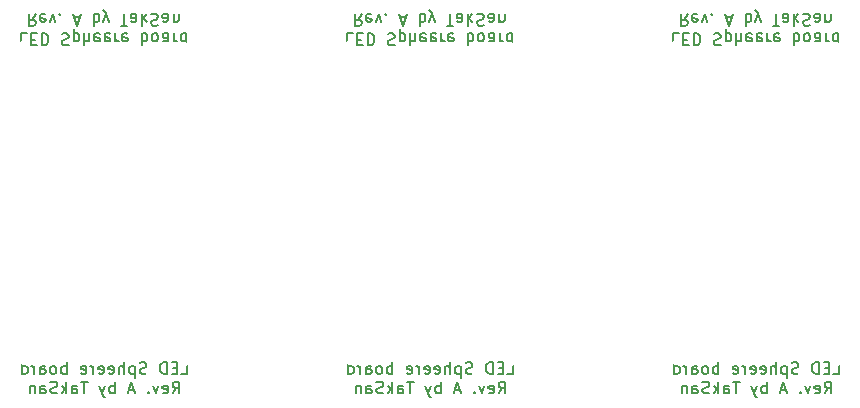
<source format=gbo>
G04 #@! TF.GenerationSoftware,KiCad,Pcbnew,(5.1.12)-1*
G04 #@! TF.CreationDate,2023-06-19T18:47:51+09:00*
G04 #@! TF.ProjectId,LED_Sphere_3V-TypeA-Panelized,4c45445f-5370-4686-9572-655f33562d54,rev?*
G04 #@! TF.SameCoordinates,PX5f5e100PY68e7780*
G04 #@! TF.FileFunction,Legend,Bot*
G04 #@! TF.FilePolarity,Positive*
%FSLAX46Y46*%
G04 Gerber Fmt 4.6, Leading zero omitted, Abs format (unit mm)*
G04 Created by KiCad (PCBNEW (5.1.12)-1) date 2023-06-19 18:47:51*
%MOMM*%
%LPD*%
G01*
G04 APERTURE LIST*
%ADD10C,0.150000*%
%ADD11C,0.600000*%
%ADD12R,1.350000X1.350000*%
%ADD13O,1.350000X1.350000*%
%ADD14C,0.100000*%
%ADD15C,2.700000*%
G04 APERTURE END LIST*
D10*
X6970000Y35027381D02*
X6493809Y35027381D01*
X6493809Y34027381D01*
X7303333Y34503572D02*
X7636666Y34503572D01*
X7779523Y35027381D02*
X7303333Y35027381D01*
X7303333Y34027381D01*
X7779523Y34027381D01*
X8208095Y35027381D02*
X8208095Y34027381D01*
X8446190Y34027381D01*
X8589047Y34075000D01*
X8684285Y34170239D01*
X8731904Y34265477D01*
X8779523Y34455953D01*
X8779523Y34598810D01*
X8731904Y34789286D01*
X8684285Y34884524D01*
X8589047Y34979762D01*
X8446190Y35027381D01*
X8208095Y35027381D01*
X9922380Y34979762D02*
X10065238Y35027381D01*
X10303333Y35027381D01*
X10398571Y34979762D01*
X10446190Y34932143D01*
X10493809Y34836905D01*
X10493809Y34741667D01*
X10446190Y34646429D01*
X10398571Y34598810D01*
X10303333Y34551191D01*
X10112857Y34503572D01*
X10017619Y34455953D01*
X9970000Y34408334D01*
X9922380Y34313096D01*
X9922380Y34217858D01*
X9970000Y34122620D01*
X10017619Y34075000D01*
X10112857Y34027381D01*
X10350952Y34027381D01*
X10493809Y34075000D01*
X10922380Y34360715D02*
X10922380Y35360715D01*
X10922380Y34408334D02*
X11017619Y34360715D01*
X11208095Y34360715D01*
X11303333Y34408334D01*
X11350952Y34455953D01*
X11398571Y34551191D01*
X11398571Y34836905D01*
X11350952Y34932143D01*
X11303333Y34979762D01*
X11208095Y35027381D01*
X11017619Y35027381D01*
X10922380Y34979762D01*
X11827142Y35027381D02*
X11827142Y34027381D01*
X12255714Y35027381D02*
X12255714Y34503572D01*
X12208095Y34408334D01*
X12112857Y34360715D01*
X11970000Y34360715D01*
X11874761Y34408334D01*
X11827142Y34455953D01*
X13112857Y34979762D02*
X13017619Y35027381D01*
X12827142Y35027381D01*
X12731904Y34979762D01*
X12684285Y34884524D01*
X12684285Y34503572D01*
X12731904Y34408334D01*
X12827142Y34360715D01*
X13017619Y34360715D01*
X13112857Y34408334D01*
X13160476Y34503572D01*
X13160476Y34598810D01*
X12684285Y34694048D01*
X13970000Y34979762D02*
X13874761Y35027381D01*
X13684285Y35027381D01*
X13589047Y34979762D01*
X13541428Y34884524D01*
X13541428Y34503572D01*
X13589047Y34408334D01*
X13684285Y34360715D01*
X13874761Y34360715D01*
X13970000Y34408334D01*
X14017619Y34503572D01*
X14017619Y34598810D01*
X13541428Y34694048D01*
X14446190Y35027381D02*
X14446190Y34360715D01*
X14446190Y34551191D02*
X14493809Y34455953D01*
X14541428Y34408334D01*
X14636666Y34360715D01*
X14731904Y34360715D01*
X15446190Y34979762D02*
X15350952Y35027381D01*
X15160476Y35027381D01*
X15065238Y34979762D01*
X15017619Y34884524D01*
X15017619Y34503572D01*
X15065238Y34408334D01*
X15160476Y34360715D01*
X15350952Y34360715D01*
X15446190Y34408334D01*
X15493809Y34503572D01*
X15493809Y34598810D01*
X15017619Y34694048D01*
X16684285Y35027381D02*
X16684285Y34027381D01*
X16684285Y34408334D02*
X16779523Y34360715D01*
X16970000Y34360715D01*
X17065238Y34408334D01*
X17112857Y34455953D01*
X17160476Y34551191D01*
X17160476Y34836905D01*
X17112857Y34932143D01*
X17065238Y34979762D01*
X16970000Y35027381D01*
X16779523Y35027381D01*
X16684285Y34979762D01*
X17731904Y35027381D02*
X17636666Y34979762D01*
X17589047Y34932143D01*
X17541428Y34836905D01*
X17541428Y34551191D01*
X17589047Y34455953D01*
X17636666Y34408334D01*
X17731904Y34360715D01*
X17874761Y34360715D01*
X17970000Y34408334D01*
X18017619Y34455953D01*
X18065238Y34551191D01*
X18065238Y34836905D01*
X18017619Y34932143D01*
X17970000Y34979762D01*
X17874761Y35027381D01*
X17731904Y35027381D01*
X18922380Y35027381D02*
X18922380Y34503572D01*
X18874761Y34408334D01*
X18779523Y34360715D01*
X18589047Y34360715D01*
X18493809Y34408334D01*
X18922380Y34979762D02*
X18827142Y35027381D01*
X18589047Y35027381D01*
X18493809Y34979762D01*
X18446190Y34884524D01*
X18446190Y34789286D01*
X18493809Y34694048D01*
X18589047Y34646429D01*
X18827142Y34646429D01*
X18922380Y34598810D01*
X19398571Y35027381D02*
X19398571Y34360715D01*
X19398571Y34551191D02*
X19446190Y34455953D01*
X19493809Y34408334D01*
X19589047Y34360715D01*
X19684285Y34360715D01*
X20446190Y35027381D02*
X20446190Y34027381D01*
X20446190Y34979762D02*
X20350952Y35027381D01*
X20160476Y35027381D01*
X20065238Y34979762D01*
X20017619Y34932143D01*
X19970000Y34836905D01*
X19970000Y34551191D01*
X20017619Y34455953D01*
X20065238Y34408334D01*
X20160476Y34360715D01*
X20350952Y34360715D01*
X20446190Y34408334D01*
X7708095Y36677381D02*
X7374761Y36201191D01*
X7136666Y36677381D02*
X7136666Y35677381D01*
X7517619Y35677381D01*
X7612857Y35725000D01*
X7660476Y35772620D01*
X7708095Y35867858D01*
X7708095Y36010715D01*
X7660476Y36105953D01*
X7612857Y36153572D01*
X7517619Y36201191D01*
X7136666Y36201191D01*
X8517619Y36629762D02*
X8422380Y36677381D01*
X8231904Y36677381D01*
X8136666Y36629762D01*
X8089047Y36534524D01*
X8089047Y36153572D01*
X8136666Y36058334D01*
X8231904Y36010715D01*
X8422380Y36010715D01*
X8517619Y36058334D01*
X8565238Y36153572D01*
X8565238Y36248810D01*
X8089047Y36344048D01*
X8898571Y36010715D02*
X9136666Y36677381D01*
X9374761Y36010715D01*
X9755714Y36582143D02*
X9803333Y36629762D01*
X9755714Y36677381D01*
X9708095Y36629762D01*
X9755714Y36582143D01*
X9755714Y36677381D01*
X10946190Y36391667D02*
X11422380Y36391667D01*
X10850952Y36677381D02*
X11184285Y35677381D01*
X11517619Y36677381D01*
X12612857Y36677381D02*
X12612857Y35677381D01*
X12612857Y36058334D02*
X12708095Y36010715D01*
X12898571Y36010715D01*
X12993809Y36058334D01*
X13041428Y36105953D01*
X13089047Y36201191D01*
X13089047Y36486905D01*
X13041428Y36582143D01*
X12993809Y36629762D01*
X12898571Y36677381D01*
X12708095Y36677381D01*
X12612857Y36629762D01*
X13422380Y36010715D02*
X13660476Y36677381D01*
X13898571Y36010715D02*
X13660476Y36677381D01*
X13565238Y36915477D01*
X13517619Y36963096D01*
X13422380Y37010715D01*
X14898571Y35677381D02*
X15470000Y35677381D01*
X15184285Y36677381D02*
X15184285Y35677381D01*
X16231904Y36677381D02*
X16231904Y36153572D01*
X16184285Y36058334D01*
X16089047Y36010715D01*
X15898571Y36010715D01*
X15803333Y36058334D01*
X16231904Y36629762D02*
X16136666Y36677381D01*
X15898571Y36677381D01*
X15803333Y36629762D01*
X15755714Y36534524D01*
X15755714Y36439286D01*
X15803333Y36344048D01*
X15898571Y36296429D01*
X16136666Y36296429D01*
X16231904Y36248810D01*
X16708095Y36677381D02*
X16708095Y35677381D01*
X16803333Y36296429D02*
X17089047Y36677381D01*
X17089047Y36010715D02*
X16708095Y36391667D01*
X17470000Y36629762D02*
X17612857Y36677381D01*
X17850952Y36677381D01*
X17946190Y36629762D01*
X17993809Y36582143D01*
X18041428Y36486905D01*
X18041428Y36391667D01*
X17993809Y36296429D01*
X17946190Y36248810D01*
X17850952Y36201191D01*
X17660476Y36153572D01*
X17565238Y36105953D01*
X17517619Y36058334D01*
X17470000Y35963096D01*
X17470000Y35867858D01*
X17517619Y35772620D01*
X17565238Y35725000D01*
X17660476Y35677381D01*
X17898571Y35677381D01*
X18041428Y35725000D01*
X18898571Y36677381D02*
X18898571Y36153572D01*
X18850952Y36058334D01*
X18755714Y36010715D01*
X18565238Y36010715D01*
X18470000Y36058334D01*
X18898571Y36629762D02*
X18803333Y36677381D01*
X18565238Y36677381D01*
X18470000Y36629762D01*
X18422380Y36534524D01*
X18422380Y36439286D01*
X18470000Y36344048D01*
X18565238Y36296429D01*
X18803333Y36296429D01*
X18898571Y36248810D01*
X19374761Y36010715D02*
X19374761Y36677381D01*
X19374761Y36105953D02*
X19422380Y36058334D01*
X19517619Y36010715D01*
X19660476Y36010715D01*
X19755714Y36058334D01*
X19803333Y36153572D01*
X19803333Y36677381D01*
X34570000Y35027381D02*
X34093809Y35027381D01*
X34093809Y34027381D01*
X34903333Y34503572D02*
X35236666Y34503572D01*
X35379523Y35027381D02*
X34903333Y35027381D01*
X34903333Y34027381D01*
X35379523Y34027381D01*
X35808095Y35027381D02*
X35808095Y34027381D01*
X36046190Y34027381D01*
X36189047Y34075000D01*
X36284285Y34170239D01*
X36331904Y34265477D01*
X36379523Y34455953D01*
X36379523Y34598810D01*
X36331904Y34789286D01*
X36284285Y34884524D01*
X36189047Y34979762D01*
X36046190Y35027381D01*
X35808095Y35027381D01*
X37522380Y34979762D02*
X37665238Y35027381D01*
X37903333Y35027381D01*
X37998571Y34979762D01*
X38046190Y34932143D01*
X38093809Y34836905D01*
X38093809Y34741667D01*
X38046190Y34646429D01*
X37998571Y34598810D01*
X37903333Y34551191D01*
X37712857Y34503572D01*
X37617619Y34455953D01*
X37570000Y34408334D01*
X37522380Y34313096D01*
X37522380Y34217858D01*
X37570000Y34122620D01*
X37617619Y34075000D01*
X37712857Y34027381D01*
X37950952Y34027381D01*
X38093809Y34075000D01*
X38522380Y34360715D02*
X38522380Y35360715D01*
X38522380Y34408334D02*
X38617619Y34360715D01*
X38808095Y34360715D01*
X38903333Y34408334D01*
X38950952Y34455953D01*
X38998571Y34551191D01*
X38998571Y34836905D01*
X38950952Y34932143D01*
X38903333Y34979762D01*
X38808095Y35027381D01*
X38617619Y35027381D01*
X38522380Y34979762D01*
X39427142Y35027381D02*
X39427142Y34027381D01*
X39855714Y35027381D02*
X39855714Y34503572D01*
X39808095Y34408334D01*
X39712857Y34360715D01*
X39570000Y34360715D01*
X39474761Y34408334D01*
X39427142Y34455953D01*
X40712857Y34979762D02*
X40617619Y35027381D01*
X40427142Y35027381D01*
X40331904Y34979762D01*
X40284285Y34884524D01*
X40284285Y34503572D01*
X40331904Y34408334D01*
X40427142Y34360715D01*
X40617619Y34360715D01*
X40712857Y34408334D01*
X40760476Y34503572D01*
X40760476Y34598810D01*
X40284285Y34694048D01*
X41570000Y34979762D02*
X41474761Y35027381D01*
X41284285Y35027381D01*
X41189047Y34979762D01*
X41141428Y34884524D01*
X41141428Y34503572D01*
X41189047Y34408334D01*
X41284285Y34360715D01*
X41474761Y34360715D01*
X41570000Y34408334D01*
X41617619Y34503572D01*
X41617619Y34598810D01*
X41141428Y34694048D01*
X42046190Y35027381D02*
X42046190Y34360715D01*
X42046190Y34551191D02*
X42093809Y34455953D01*
X42141428Y34408334D01*
X42236666Y34360715D01*
X42331904Y34360715D01*
X43046190Y34979762D02*
X42950952Y35027381D01*
X42760476Y35027381D01*
X42665238Y34979762D01*
X42617619Y34884524D01*
X42617619Y34503572D01*
X42665238Y34408334D01*
X42760476Y34360715D01*
X42950952Y34360715D01*
X43046190Y34408334D01*
X43093809Y34503572D01*
X43093809Y34598810D01*
X42617619Y34694048D01*
X44284285Y35027381D02*
X44284285Y34027381D01*
X44284285Y34408334D02*
X44379523Y34360715D01*
X44570000Y34360715D01*
X44665238Y34408334D01*
X44712857Y34455953D01*
X44760476Y34551191D01*
X44760476Y34836905D01*
X44712857Y34932143D01*
X44665238Y34979762D01*
X44570000Y35027381D01*
X44379523Y35027381D01*
X44284285Y34979762D01*
X45331904Y35027381D02*
X45236666Y34979762D01*
X45189047Y34932143D01*
X45141428Y34836905D01*
X45141428Y34551191D01*
X45189047Y34455953D01*
X45236666Y34408334D01*
X45331904Y34360715D01*
X45474761Y34360715D01*
X45570000Y34408334D01*
X45617619Y34455953D01*
X45665238Y34551191D01*
X45665238Y34836905D01*
X45617619Y34932143D01*
X45570000Y34979762D01*
X45474761Y35027381D01*
X45331904Y35027381D01*
X46522380Y35027381D02*
X46522380Y34503572D01*
X46474761Y34408334D01*
X46379523Y34360715D01*
X46189047Y34360715D01*
X46093809Y34408334D01*
X46522380Y34979762D02*
X46427142Y35027381D01*
X46189047Y35027381D01*
X46093809Y34979762D01*
X46046190Y34884524D01*
X46046190Y34789286D01*
X46093809Y34694048D01*
X46189047Y34646429D01*
X46427142Y34646429D01*
X46522380Y34598810D01*
X46998571Y35027381D02*
X46998571Y34360715D01*
X46998571Y34551191D02*
X47046190Y34455953D01*
X47093809Y34408334D01*
X47189047Y34360715D01*
X47284285Y34360715D01*
X48046190Y35027381D02*
X48046190Y34027381D01*
X48046190Y34979762D02*
X47950952Y35027381D01*
X47760476Y35027381D01*
X47665238Y34979762D01*
X47617619Y34932143D01*
X47570000Y34836905D01*
X47570000Y34551191D01*
X47617619Y34455953D01*
X47665238Y34408334D01*
X47760476Y34360715D01*
X47950952Y34360715D01*
X48046190Y34408334D01*
X35308095Y36677381D02*
X34974761Y36201191D01*
X34736666Y36677381D02*
X34736666Y35677381D01*
X35117619Y35677381D01*
X35212857Y35725000D01*
X35260476Y35772620D01*
X35308095Y35867858D01*
X35308095Y36010715D01*
X35260476Y36105953D01*
X35212857Y36153572D01*
X35117619Y36201191D01*
X34736666Y36201191D01*
X36117619Y36629762D02*
X36022380Y36677381D01*
X35831904Y36677381D01*
X35736666Y36629762D01*
X35689047Y36534524D01*
X35689047Y36153572D01*
X35736666Y36058334D01*
X35831904Y36010715D01*
X36022380Y36010715D01*
X36117619Y36058334D01*
X36165238Y36153572D01*
X36165238Y36248810D01*
X35689047Y36344048D01*
X36498571Y36010715D02*
X36736666Y36677381D01*
X36974761Y36010715D01*
X37355714Y36582143D02*
X37403333Y36629762D01*
X37355714Y36677381D01*
X37308095Y36629762D01*
X37355714Y36582143D01*
X37355714Y36677381D01*
X38546190Y36391667D02*
X39022380Y36391667D01*
X38450952Y36677381D02*
X38784285Y35677381D01*
X39117619Y36677381D01*
X40212857Y36677381D02*
X40212857Y35677381D01*
X40212857Y36058334D02*
X40308095Y36010715D01*
X40498571Y36010715D01*
X40593809Y36058334D01*
X40641428Y36105953D01*
X40689047Y36201191D01*
X40689047Y36486905D01*
X40641428Y36582143D01*
X40593809Y36629762D01*
X40498571Y36677381D01*
X40308095Y36677381D01*
X40212857Y36629762D01*
X41022380Y36010715D02*
X41260476Y36677381D01*
X41498571Y36010715D02*
X41260476Y36677381D01*
X41165238Y36915477D01*
X41117619Y36963096D01*
X41022380Y37010715D01*
X42498571Y35677381D02*
X43070000Y35677381D01*
X42784285Y36677381D02*
X42784285Y35677381D01*
X43831904Y36677381D02*
X43831904Y36153572D01*
X43784285Y36058334D01*
X43689047Y36010715D01*
X43498571Y36010715D01*
X43403333Y36058334D01*
X43831904Y36629762D02*
X43736666Y36677381D01*
X43498571Y36677381D01*
X43403333Y36629762D01*
X43355714Y36534524D01*
X43355714Y36439286D01*
X43403333Y36344048D01*
X43498571Y36296429D01*
X43736666Y36296429D01*
X43831904Y36248810D01*
X44308095Y36677381D02*
X44308095Y35677381D01*
X44403333Y36296429D02*
X44689047Y36677381D01*
X44689047Y36010715D02*
X44308095Y36391667D01*
X45070000Y36629762D02*
X45212857Y36677381D01*
X45450952Y36677381D01*
X45546190Y36629762D01*
X45593809Y36582143D01*
X45641428Y36486905D01*
X45641428Y36391667D01*
X45593809Y36296429D01*
X45546190Y36248810D01*
X45450952Y36201191D01*
X45260476Y36153572D01*
X45165238Y36105953D01*
X45117619Y36058334D01*
X45070000Y35963096D01*
X45070000Y35867858D01*
X45117619Y35772620D01*
X45165238Y35725000D01*
X45260476Y35677381D01*
X45498571Y35677381D01*
X45641428Y35725000D01*
X46498571Y36677381D02*
X46498571Y36153572D01*
X46450952Y36058334D01*
X46355714Y36010715D01*
X46165238Y36010715D01*
X46070000Y36058334D01*
X46498571Y36629762D02*
X46403333Y36677381D01*
X46165238Y36677381D01*
X46070000Y36629762D01*
X46022380Y36534524D01*
X46022380Y36439286D01*
X46070000Y36344048D01*
X46165238Y36296429D01*
X46403333Y36296429D01*
X46498571Y36248810D01*
X46974761Y36010715D02*
X46974761Y36677381D01*
X46974761Y36105953D02*
X47022380Y36058334D01*
X47117619Y36010715D01*
X47260476Y36010715D01*
X47355714Y36058334D01*
X47403333Y36153572D01*
X47403333Y36677381D01*
X62170000Y35027381D02*
X61693809Y35027381D01*
X61693809Y34027381D01*
X62503333Y34503572D02*
X62836666Y34503572D01*
X62979523Y35027381D02*
X62503333Y35027381D01*
X62503333Y34027381D01*
X62979523Y34027381D01*
X63408095Y35027381D02*
X63408095Y34027381D01*
X63646190Y34027381D01*
X63789047Y34075000D01*
X63884285Y34170239D01*
X63931904Y34265477D01*
X63979523Y34455953D01*
X63979523Y34598810D01*
X63931904Y34789286D01*
X63884285Y34884524D01*
X63789047Y34979762D01*
X63646190Y35027381D01*
X63408095Y35027381D01*
X65122380Y34979762D02*
X65265238Y35027381D01*
X65503333Y35027381D01*
X65598571Y34979762D01*
X65646190Y34932143D01*
X65693809Y34836905D01*
X65693809Y34741667D01*
X65646190Y34646429D01*
X65598571Y34598810D01*
X65503333Y34551191D01*
X65312857Y34503572D01*
X65217619Y34455953D01*
X65170000Y34408334D01*
X65122380Y34313096D01*
X65122380Y34217858D01*
X65170000Y34122620D01*
X65217619Y34075000D01*
X65312857Y34027381D01*
X65550952Y34027381D01*
X65693809Y34075000D01*
X66122380Y34360715D02*
X66122380Y35360715D01*
X66122380Y34408334D02*
X66217619Y34360715D01*
X66408095Y34360715D01*
X66503333Y34408334D01*
X66550952Y34455953D01*
X66598571Y34551191D01*
X66598571Y34836905D01*
X66550952Y34932143D01*
X66503333Y34979762D01*
X66408095Y35027381D01*
X66217619Y35027381D01*
X66122380Y34979762D01*
X67027142Y35027381D02*
X67027142Y34027381D01*
X67455714Y35027381D02*
X67455714Y34503572D01*
X67408095Y34408334D01*
X67312857Y34360715D01*
X67170000Y34360715D01*
X67074761Y34408334D01*
X67027142Y34455953D01*
X68312857Y34979762D02*
X68217619Y35027381D01*
X68027142Y35027381D01*
X67931904Y34979762D01*
X67884285Y34884524D01*
X67884285Y34503572D01*
X67931904Y34408334D01*
X68027142Y34360715D01*
X68217619Y34360715D01*
X68312857Y34408334D01*
X68360476Y34503572D01*
X68360476Y34598810D01*
X67884285Y34694048D01*
X69170000Y34979762D02*
X69074761Y35027381D01*
X68884285Y35027381D01*
X68789047Y34979762D01*
X68741428Y34884524D01*
X68741428Y34503572D01*
X68789047Y34408334D01*
X68884285Y34360715D01*
X69074761Y34360715D01*
X69170000Y34408334D01*
X69217619Y34503572D01*
X69217619Y34598810D01*
X68741428Y34694048D01*
X69646190Y35027381D02*
X69646190Y34360715D01*
X69646190Y34551191D02*
X69693809Y34455953D01*
X69741428Y34408334D01*
X69836666Y34360715D01*
X69931904Y34360715D01*
X70646190Y34979762D02*
X70550952Y35027381D01*
X70360476Y35027381D01*
X70265238Y34979762D01*
X70217619Y34884524D01*
X70217619Y34503572D01*
X70265238Y34408334D01*
X70360476Y34360715D01*
X70550952Y34360715D01*
X70646190Y34408334D01*
X70693809Y34503572D01*
X70693809Y34598810D01*
X70217619Y34694048D01*
X71884285Y35027381D02*
X71884285Y34027381D01*
X71884285Y34408334D02*
X71979523Y34360715D01*
X72170000Y34360715D01*
X72265238Y34408334D01*
X72312857Y34455953D01*
X72360476Y34551191D01*
X72360476Y34836905D01*
X72312857Y34932143D01*
X72265238Y34979762D01*
X72170000Y35027381D01*
X71979523Y35027381D01*
X71884285Y34979762D01*
X72931904Y35027381D02*
X72836666Y34979762D01*
X72789047Y34932143D01*
X72741428Y34836905D01*
X72741428Y34551191D01*
X72789047Y34455953D01*
X72836666Y34408334D01*
X72931904Y34360715D01*
X73074761Y34360715D01*
X73170000Y34408334D01*
X73217619Y34455953D01*
X73265238Y34551191D01*
X73265238Y34836905D01*
X73217619Y34932143D01*
X73170000Y34979762D01*
X73074761Y35027381D01*
X72931904Y35027381D01*
X74122380Y35027381D02*
X74122380Y34503572D01*
X74074761Y34408334D01*
X73979523Y34360715D01*
X73789047Y34360715D01*
X73693809Y34408334D01*
X74122380Y34979762D02*
X74027142Y35027381D01*
X73789047Y35027381D01*
X73693809Y34979762D01*
X73646190Y34884524D01*
X73646190Y34789286D01*
X73693809Y34694048D01*
X73789047Y34646429D01*
X74027142Y34646429D01*
X74122380Y34598810D01*
X74598571Y35027381D02*
X74598571Y34360715D01*
X74598571Y34551191D02*
X74646190Y34455953D01*
X74693809Y34408334D01*
X74789047Y34360715D01*
X74884285Y34360715D01*
X75646190Y35027381D02*
X75646190Y34027381D01*
X75646190Y34979762D02*
X75550952Y35027381D01*
X75360476Y35027381D01*
X75265238Y34979762D01*
X75217619Y34932143D01*
X75170000Y34836905D01*
X75170000Y34551191D01*
X75217619Y34455953D01*
X75265238Y34408334D01*
X75360476Y34360715D01*
X75550952Y34360715D01*
X75646190Y34408334D01*
X62908095Y36677381D02*
X62574761Y36201191D01*
X62336666Y36677381D02*
X62336666Y35677381D01*
X62717619Y35677381D01*
X62812857Y35725000D01*
X62860476Y35772620D01*
X62908095Y35867858D01*
X62908095Y36010715D01*
X62860476Y36105953D01*
X62812857Y36153572D01*
X62717619Y36201191D01*
X62336666Y36201191D01*
X63717619Y36629762D02*
X63622380Y36677381D01*
X63431904Y36677381D01*
X63336666Y36629762D01*
X63289047Y36534524D01*
X63289047Y36153572D01*
X63336666Y36058334D01*
X63431904Y36010715D01*
X63622380Y36010715D01*
X63717619Y36058334D01*
X63765238Y36153572D01*
X63765238Y36248810D01*
X63289047Y36344048D01*
X64098571Y36010715D02*
X64336666Y36677381D01*
X64574761Y36010715D01*
X64955714Y36582143D02*
X65003333Y36629762D01*
X64955714Y36677381D01*
X64908095Y36629762D01*
X64955714Y36582143D01*
X64955714Y36677381D01*
X66146190Y36391667D02*
X66622380Y36391667D01*
X66050952Y36677381D02*
X66384285Y35677381D01*
X66717619Y36677381D01*
X67812857Y36677381D02*
X67812857Y35677381D01*
X67812857Y36058334D02*
X67908095Y36010715D01*
X68098571Y36010715D01*
X68193809Y36058334D01*
X68241428Y36105953D01*
X68289047Y36201191D01*
X68289047Y36486905D01*
X68241428Y36582143D01*
X68193809Y36629762D01*
X68098571Y36677381D01*
X67908095Y36677381D01*
X67812857Y36629762D01*
X68622380Y36010715D02*
X68860476Y36677381D01*
X69098571Y36010715D02*
X68860476Y36677381D01*
X68765238Y36915477D01*
X68717619Y36963096D01*
X68622380Y37010715D01*
X70098571Y35677381D02*
X70670000Y35677381D01*
X70384285Y36677381D02*
X70384285Y35677381D01*
X71431904Y36677381D02*
X71431904Y36153572D01*
X71384285Y36058334D01*
X71289047Y36010715D01*
X71098571Y36010715D01*
X71003333Y36058334D01*
X71431904Y36629762D02*
X71336666Y36677381D01*
X71098571Y36677381D01*
X71003333Y36629762D01*
X70955714Y36534524D01*
X70955714Y36439286D01*
X71003333Y36344048D01*
X71098571Y36296429D01*
X71336666Y36296429D01*
X71431904Y36248810D01*
X71908095Y36677381D02*
X71908095Y35677381D01*
X72003333Y36296429D02*
X72289047Y36677381D01*
X72289047Y36010715D02*
X71908095Y36391667D01*
X72670000Y36629762D02*
X72812857Y36677381D01*
X73050952Y36677381D01*
X73146190Y36629762D01*
X73193809Y36582143D01*
X73241428Y36486905D01*
X73241428Y36391667D01*
X73193809Y36296429D01*
X73146190Y36248810D01*
X73050952Y36201191D01*
X72860476Y36153572D01*
X72765238Y36105953D01*
X72717619Y36058334D01*
X72670000Y35963096D01*
X72670000Y35867858D01*
X72717619Y35772620D01*
X72765238Y35725000D01*
X72860476Y35677381D01*
X73098571Y35677381D01*
X73241428Y35725000D01*
X74098571Y36677381D02*
X74098571Y36153572D01*
X74050952Y36058334D01*
X73955714Y36010715D01*
X73765238Y36010715D01*
X73670000Y36058334D01*
X74098571Y36629762D02*
X74003333Y36677381D01*
X73765238Y36677381D01*
X73670000Y36629762D01*
X73622380Y36534524D01*
X73622380Y36439286D01*
X73670000Y36344048D01*
X73765238Y36296429D01*
X74003333Y36296429D01*
X74098571Y36248810D01*
X74574761Y36010715D02*
X74574761Y36677381D01*
X74574761Y36105953D02*
X74622380Y36058334D01*
X74717619Y36010715D01*
X74860476Y36010715D01*
X74955714Y36058334D01*
X75003333Y36153572D01*
X75003333Y36677381D01*
X75230000Y6192620D02*
X75706190Y6192620D01*
X75706190Y7192620D01*
X74896666Y6716429D02*
X74563333Y6716429D01*
X74420476Y6192620D02*
X74896666Y6192620D01*
X74896666Y7192620D01*
X74420476Y7192620D01*
X73991904Y6192620D02*
X73991904Y7192620D01*
X73753809Y7192620D01*
X73610952Y7145000D01*
X73515714Y7049762D01*
X73468095Y6954524D01*
X73420476Y6764048D01*
X73420476Y6621191D01*
X73468095Y6430715D01*
X73515714Y6335477D01*
X73610952Y6240239D01*
X73753809Y6192620D01*
X73991904Y6192620D01*
X72277619Y6240239D02*
X72134761Y6192620D01*
X71896666Y6192620D01*
X71801428Y6240239D01*
X71753809Y6287858D01*
X71706190Y6383096D01*
X71706190Y6478334D01*
X71753809Y6573572D01*
X71801428Y6621191D01*
X71896666Y6668810D01*
X72087142Y6716429D01*
X72182380Y6764048D01*
X72230000Y6811667D01*
X72277619Y6906905D01*
X72277619Y7002143D01*
X72230000Y7097381D01*
X72182380Y7145000D01*
X72087142Y7192620D01*
X71849047Y7192620D01*
X71706190Y7145000D01*
X71277619Y6859286D02*
X71277619Y5859286D01*
X71277619Y6811667D02*
X71182380Y6859286D01*
X70991904Y6859286D01*
X70896666Y6811667D01*
X70849047Y6764048D01*
X70801428Y6668810D01*
X70801428Y6383096D01*
X70849047Y6287858D01*
X70896666Y6240239D01*
X70991904Y6192620D01*
X71182380Y6192620D01*
X71277619Y6240239D01*
X70372857Y6192620D02*
X70372857Y7192620D01*
X69944285Y6192620D02*
X69944285Y6716429D01*
X69991904Y6811667D01*
X70087142Y6859286D01*
X70230000Y6859286D01*
X70325238Y6811667D01*
X70372857Y6764048D01*
X69087142Y6240239D02*
X69182380Y6192620D01*
X69372857Y6192620D01*
X69468095Y6240239D01*
X69515714Y6335477D01*
X69515714Y6716429D01*
X69468095Y6811667D01*
X69372857Y6859286D01*
X69182380Y6859286D01*
X69087142Y6811667D01*
X69039523Y6716429D01*
X69039523Y6621191D01*
X69515714Y6525953D01*
X68230000Y6240239D02*
X68325238Y6192620D01*
X68515714Y6192620D01*
X68610952Y6240239D01*
X68658571Y6335477D01*
X68658571Y6716429D01*
X68610952Y6811667D01*
X68515714Y6859286D01*
X68325238Y6859286D01*
X68230000Y6811667D01*
X68182380Y6716429D01*
X68182380Y6621191D01*
X68658571Y6525953D01*
X67753809Y6192620D02*
X67753809Y6859286D01*
X67753809Y6668810D02*
X67706190Y6764048D01*
X67658571Y6811667D01*
X67563333Y6859286D01*
X67468095Y6859286D01*
X66753809Y6240239D02*
X66849047Y6192620D01*
X67039523Y6192620D01*
X67134761Y6240239D01*
X67182380Y6335477D01*
X67182380Y6716429D01*
X67134761Y6811667D01*
X67039523Y6859286D01*
X66849047Y6859286D01*
X66753809Y6811667D01*
X66706190Y6716429D01*
X66706190Y6621191D01*
X67182380Y6525953D01*
X65515714Y6192620D02*
X65515714Y7192620D01*
X65515714Y6811667D02*
X65420476Y6859286D01*
X65230000Y6859286D01*
X65134761Y6811667D01*
X65087142Y6764048D01*
X65039523Y6668810D01*
X65039523Y6383096D01*
X65087142Y6287858D01*
X65134761Y6240239D01*
X65230000Y6192620D01*
X65420476Y6192620D01*
X65515714Y6240239D01*
X64468095Y6192620D02*
X64563333Y6240239D01*
X64610952Y6287858D01*
X64658571Y6383096D01*
X64658571Y6668810D01*
X64610952Y6764048D01*
X64563333Y6811667D01*
X64468095Y6859286D01*
X64325238Y6859286D01*
X64230000Y6811667D01*
X64182380Y6764048D01*
X64134761Y6668810D01*
X64134761Y6383096D01*
X64182380Y6287858D01*
X64230000Y6240239D01*
X64325238Y6192620D01*
X64468095Y6192620D01*
X63277619Y6192620D02*
X63277619Y6716429D01*
X63325238Y6811667D01*
X63420476Y6859286D01*
X63610952Y6859286D01*
X63706190Y6811667D01*
X63277619Y6240239D02*
X63372857Y6192620D01*
X63610952Y6192620D01*
X63706190Y6240239D01*
X63753809Y6335477D01*
X63753809Y6430715D01*
X63706190Y6525953D01*
X63610952Y6573572D01*
X63372857Y6573572D01*
X63277619Y6621191D01*
X62801428Y6192620D02*
X62801428Y6859286D01*
X62801428Y6668810D02*
X62753809Y6764048D01*
X62706190Y6811667D01*
X62610952Y6859286D01*
X62515714Y6859286D01*
X61753809Y6192620D02*
X61753809Y7192620D01*
X61753809Y6240239D02*
X61849047Y6192620D01*
X62039523Y6192620D01*
X62134761Y6240239D01*
X62182380Y6287858D01*
X62230000Y6383096D01*
X62230000Y6668810D01*
X62182380Y6764048D01*
X62134761Y6811667D01*
X62039523Y6859286D01*
X61849047Y6859286D01*
X61753809Y6811667D01*
X74491904Y4542620D02*
X74825238Y5018810D01*
X75063333Y4542620D02*
X75063333Y5542620D01*
X74682380Y5542620D01*
X74587142Y5495000D01*
X74539523Y5447381D01*
X74491904Y5352143D01*
X74491904Y5209286D01*
X74539523Y5114048D01*
X74587142Y5066429D01*
X74682380Y5018810D01*
X75063333Y5018810D01*
X73682380Y4590239D02*
X73777619Y4542620D01*
X73968095Y4542620D01*
X74063333Y4590239D01*
X74110952Y4685477D01*
X74110952Y5066429D01*
X74063333Y5161667D01*
X73968095Y5209286D01*
X73777619Y5209286D01*
X73682380Y5161667D01*
X73634761Y5066429D01*
X73634761Y4971191D01*
X74110952Y4875953D01*
X73301428Y5209286D02*
X73063333Y4542620D01*
X72825238Y5209286D01*
X72444285Y4637858D02*
X72396666Y4590239D01*
X72444285Y4542620D01*
X72491904Y4590239D01*
X72444285Y4637858D01*
X72444285Y4542620D01*
X71253809Y4828334D02*
X70777619Y4828334D01*
X71349047Y4542620D02*
X71015714Y5542620D01*
X70682380Y4542620D01*
X69587142Y4542620D02*
X69587142Y5542620D01*
X69587142Y5161667D02*
X69491904Y5209286D01*
X69301428Y5209286D01*
X69206190Y5161667D01*
X69158571Y5114048D01*
X69110952Y5018810D01*
X69110952Y4733096D01*
X69158571Y4637858D01*
X69206190Y4590239D01*
X69301428Y4542620D01*
X69491904Y4542620D01*
X69587142Y4590239D01*
X68777619Y5209286D02*
X68539523Y4542620D01*
X68301428Y5209286D02*
X68539523Y4542620D01*
X68634761Y4304524D01*
X68682380Y4256905D01*
X68777619Y4209286D01*
X67301428Y5542620D02*
X66730000Y5542620D01*
X67015714Y4542620D02*
X67015714Y5542620D01*
X65968095Y4542620D02*
X65968095Y5066429D01*
X66015714Y5161667D01*
X66110952Y5209286D01*
X66301428Y5209286D01*
X66396666Y5161667D01*
X65968095Y4590239D02*
X66063333Y4542620D01*
X66301428Y4542620D01*
X66396666Y4590239D01*
X66444285Y4685477D01*
X66444285Y4780715D01*
X66396666Y4875953D01*
X66301428Y4923572D01*
X66063333Y4923572D01*
X65968095Y4971191D01*
X65491904Y4542620D02*
X65491904Y5542620D01*
X65396666Y4923572D02*
X65110952Y4542620D01*
X65110952Y5209286D02*
X65491904Y4828334D01*
X64730000Y4590239D02*
X64587142Y4542620D01*
X64349047Y4542620D01*
X64253809Y4590239D01*
X64206190Y4637858D01*
X64158571Y4733096D01*
X64158571Y4828334D01*
X64206190Y4923572D01*
X64253809Y4971191D01*
X64349047Y5018810D01*
X64539523Y5066429D01*
X64634761Y5114048D01*
X64682380Y5161667D01*
X64730000Y5256905D01*
X64730000Y5352143D01*
X64682380Y5447381D01*
X64634761Y5495000D01*
X64539523Y5542620D01*
X64301428Y5542620D01*
X64158571Y5495000D01*
X63301428Y4542620D02*
X63301428Y5066429D01*
X63349047Y5161667D01*
X63444285Y5209286D01*
X63634761Y5209286D01*
X63730000Y5161667D01*
X63301428Y4590239D02*
X63396666Y4542620D01*
X63634761Y4542620D01*
X63730000Y4590239D01*
X63777619Y4685477D01*
X63777619Y4780715D01*
X63730000Y4875953D01*
X63634761Y4923572D01*
X63396666Y4923572D01*
X63301428Y4971191D01*
X62825238Y5209286D02*
X62825238Y4542620D01*
X62825238Y5114048D02*
X62777619Y5161667D01*
X62682380Y5209286D01*
X62539523Y5209286D01*
X62444285Y5161667D01*
X62396666Y5066429D01*
X62396666Y4542620D01*
X47630000Y6192620D02*
X48106190Y6192620D01*
X48106190Y7192620D01*
X47296666Y6716429D02*
X46963333Y6716429D01*
X46820476Y6192620D02*
X47296666Y6192620D01*
X47296666Y7192620D01*
X46820476Y7192620D01*
X46391904Y6192620D02*
X46391904Y7192620D01*
X46153809Y7192620D01*
X46010952Y7145000D01*
X45915714Y7049762D01*
X45868095Y6954524D01*
X45820476Y6764048D01*
X45820476Y6621191D01*
X45868095Y6430715D01*
X45915714Y6335477D01*
X46010952Y6240239D01*
X46153809Y6192620D01*
X46391904Y6192620D01*
X44677619Y6240239D02*
X44534761Y6192620D01*
X44296666Y6192620D01*
X44201428Y6240239D01*
X44153809Y6287858D01*
X44106190Y6383096D01*
X44106190Y6478334D01*
X44153809Y6573572D01*
X44201428Y6621191D01*
X44296666Y6668810D01*
X44487142Y6716429D01*
X44582380Y6764048D01*
X44630000Y6811667D01*
X44677619Y6906905D01*
X44677619Y7002143D01*
X44630000Y7097381D01*
X44582380Y7145000D01*
X44487142Y7192620D01*
X44249047Y7192620D01*
X44106190Y7145000D01*
X43677619Y6859286D02*
X43677619Y5859286D01*
X43677619Y6811667D02*
X43582380Y6859286D01*
X43391904Y6859286D01*
X43296666Y6811667D01*
X43249047Y6764048D01*
X43201428Y6668810D01*
X43201428Y6383096D01*
X43249047Y6287858D01*
X43296666Y6240239D01*
X43391904Y6192620D01*
X43582380Y6192620D01*
X43677619Y6240239D01*
X42772857Y6192620D02*
X42772857Y7192620D01*
X42344285Y6192620D02*
X42344285Y6716429D01*
X42391904Y6811667D01*
X42487142Y6859286D01*
X42630000Y6859286D01*
X42725238Y6811667D01*
X42772857Y6764048D01*
X41487142Y6240239D02*
X41582380Y6192620D01*
X41772857Y6192620D01*
X41868095Y6240239D01*
X41915714Y6335477D01*
X41915714Y6716429D01*
X41868095Y6811667D01*
X41772857Y6859286D01*
X41582380Y6859286D01*
X41487142Y6811667D01*
X41439523Y6716429D01*
X41439523Y6621191D01*
X41915714Y6525953D01*
X40630000Y6240239D02*
X40725238Y6192620D01*
X40915714Y6192620D01*
X41010952Y6240239D01*
X41058571Y6335477D01*
X41058571Y6716429D01*
X41010952Y6811667D01*
X40915714Y6859286D01*
X40725238Y6859286D01*
X40630000Y6811667D01*
X40582380Y6716429D01*
X40582380Y6621191D01*
X41058571Y6525953D01*
X40153809Y6192620D02*
X40153809Y6859286D01*
X40153809Y6668810D02*
X40106190Y6764048D01*
X40058571Y6811667D01*
X39963333Y6859286D01*
X39868095Y6859286D01*
X39153809Y6240239D02*
X39249047Y6192620D01*
X39439523Y6192620D01*
X39534761Y6240239D01*
X39582380Y6335477D01*
X39582380Y6716429D01*
X39534761Y6811667D01*
X39439523Y6859286D01*
X39249047Y6859286D01*
X39153809Y6811667D01*
X39106190Y6716429D01*
X39106190Y6621191D01*
X39582380Y6525953D01*
X37915714Y6192620D02*
X37915714Y7192620D01*
X37915714Y6811667D02*
X37820476Y6859286D01*
X37630000Y6859286D01*
X37534761Y6811667D01*
X37487142Y6764048D01*
X37439523Y6668810D01*
X37439523Y6383096D01*
X37487142Y6287858D01*
X37534761Y6240239D01*
X37630000Y6192620D01*
X37820476Y6192620D01*
X37915714Y6240239D01*
X36868095Y6192620D02*
X36963333Y6240239D01*
X37010952Y6287858D01*
X37058571Y6383096D01*
X37058571Y6668810D01*
X37010952Y6764048D01*
X36963333Y6811667D01*
X36868095Y6859286D01*
X36725238Y6859286D01*
X36630000Y6811667D01*
X36582380Y6764048D01*
X36534761Y6668810D01*
X36534761Y6383096D01*
X36582380Y6287858D01*
X36630000Y6240239D01*
X36725238Y6192620D01*
X36868095Y6192620D01*
X35677619Y6192620D02*
X35677619Y6716429D01*
X35725238Y6811667D01*
X35820476Y6859286D01*
X36010952Y6859286D01*
X36106190Y6811667D01*
X35677619Y6240239D02*
X35772857Y6192620D01*
X36010952Y6192620D01*
X36106190Y6240239D01*
X36153809Y6335477D01*
X36153809Y6430715D01*
X36106190Y6525953D01*
X36010952Y6573572D01*
X35772857Y6573572D01*
X35677619Y6621191D01*
X35201428Y6192620D02*
X35201428Y6859286D01*
X35201428Y6668810D02*
X35153809Y6764048D01*
X35106190Y6811667D01*
X35010952Y6859286D01*
X34915714Y6859286D01*
X34153809Y6192620D02*
X34153809Y7192620D01*
X34153809Y6240239D02*
X34249047Y6192620D01*
X34439523Y6192620D01*
X34534761Y6240239D01*
X34582380Y6287858D01*
X34630000Y6383096D01*
X34630000Y6668810D01*
X34582380Y6764048D01*
X34534761Y6811667D01*
X34439523Y6859286D01*
X34249047Y6859286D01*
X34153809Y6811667D01*
X46891904Y4542620D02*
X47225238Y5018810D01*
X47463333Y4542620D02*
X47463333Y5542620D01*
X47082380Y5542620D01*
X46987142Y5495000D01*
X46939523Y5447381D01*
X46891904Y5352143D01*
X46891904Y5209286D01*
X46939523Y5114048D01*
X46987142Y5066429D01*
X47082380Y5018810D01*
X47463333Y5018810D01*
X46082380Y4590239D02*
X46177619Y4542620D01*
X46368095Y4542620D01*
X46463333Y4590239D01*
X46510952Y4685477D01*
X46510952Y5066429D01*
X46463333Y5161667D01*
X46368095Y5209286D01*
X46177619Y5209286D01*
X46082380Y5161667D01*
X46034761Y5066429D01*
X46034761Y4971191D01*
X46510952Y4875953D01*
X45701428Y5209286D02*
X45463333Y4542620D01*
X45225238Y5209286D01*
X44844285Y4637858D02*
X44796666Y4590239D01*
X44844285Y4542620D01*
X44891904Y4590239D01*
X44844285Y4637858D01*
X44844285Y4542620D01*
X43653809Y4828334D02*
X43177619Y4828334D01*
X43749047Y4542620D02*
X43415714Y5542620D01*
X43082380Y4542620D01*
X41987142Y4542620D02*
X41987142Y5542620D01*
X41987142Y5161667D02*
X41891904Y5209286D01*
X41701428Y5209286D01*
X41606190Y5161667D01*
X41558571Y5114048D01*
X41510952Y5018810D01*
X41510952Y4733096D01*
X41558571Y4637858D01*
X41606190Y4590239D01*
X41701428Y4542620D01*
X41891904Y4542620D01*
X41987142Y4590239D01*
X41177619Y5209286D02*
X40939523Y4542620D01*
X40701428Y5209286D02*
X40939523Y4542620D01*
X41034761Y4304524D01*
X41082380Y4256905D01*
X41177619Y4209286D01*
X39701428Y5542620D02*
X39130000Y5542620D01*
X39415714Y4542620D02*
X39415714Y5542620D01*
X38368095Y4542620D02*
X38368095Y5066429D01*
X38415714Y5161667D01*
X38510952Y5209286D01*
X38701428Y5209286D01*
X38796666Y5161667D01*
X38368095Y4590239D02*
X38463333Y4542620D01*
X38701428Y4542620D01*
X38796666Y4590239D01*
X38844285Y4685477D01*
X38844285Y4780715D01*
X38796666Y4875953D01*
X38701428Y4923572D01*
X38463333Y4923572D01*
X38368095Y4971191D01*
X37891904Y4542620D02*
X37891904Y5542620D01*
X37796666Y4923572D02*
X37510952Y4542620D01*
X37510952Y5209286D02*
X37891904Y4828334D01*
X37130000Y4590239D02*
X36987142Y4542620D01*
X36749047Y4542620D01*
X36653809Y4590239D01*
X36606190Y4637858D01*
X36558571Y4733096D01*
X36558571Y4828334D01*
X36606190Y4923572D01*
X36653809Y4971191D01*
X36749047Y5018810D01*
X36939523Y5066429D01*
X37034761Y5114048D01*
X37082380Y5161667D01*
X37130000Y5256905D01*
X37130000Y5352143D01*
X37082380Y5447381D01*
X37034761Y5495000D01*
X36939523Y5542620D01*
X36701428Y5542620D01*
X36558571Y5495000D01*
X35701428Y4542620D02*
X35701428Y5066429D01*
X35749047Y5161667D01*
X35844285Y5209286D01*
X36034761Y5209286D01*
X36130000Y5161667D01*
X35701428Y4590239D02*
X35796666Y4542620D01*
X36034761Y4542620D01*
X36130000Y4590239D01*
X36177619Y4685477D01*
X36177619Y4780715D01*
X36130000Y4875953D01*
X36034761Y4923572D01*
X35796666Y4923572D01*
X35701428Y4971191D01*
X35225238Y5209286D02*
X35225238Y4542620D01*
X35225238Y5114048D02*
X35177619Y5161667D01*
X35082380Y5209286D01*
X34939523Y5209286D01*
X34844285Y5161667D01*
X34796666Y5066429D01*
X34796666Y4542620D01*
X20030000Y6192620D02*
X20506190Y6192620D01*
X20506190Y7192620D01*
X19696666Y6716429D02*
X19363333Y6716429D01*
X19220476Y6192620D02*
X19696666Y6192620D01*
X19696666Y7192620D01*
X19220476Y7192620D01*
X18791904Y6192620D02*
X18791904Y7192620D01*
X18553809Y7192620D01*
X18410952Y7145000D01*
X18315714Y7049762D01*
X18268095Y6954524D01*
X18220476Y6764048D01*
X18220476Y6621191D01*
X18268095Y6430715D01*
X18315714Y6335477D01*
X18410952Y6240239D01*
X18553809Y6192620D01*
X18791904Y6192620D01*
X17077619Y6240239D02*
X16934761Y6192620D01*
X16696666Y6192620D01*
X16601428Y6240239D01*
X16553809Y6287858D01*
X16506190Y6383096D01*
X16506190Y6478334D01*
X16553809Y6573572D01*
X16601428Y6621191D01*
X16696666Y6668810D01*
X16887142Y6716429D01*
X16982380Y6764048D01*
X17030000Y6811667D01*
X17077619Y6906905D01*
X17077619Y7002143D01*
X17030000Y7097381D01*
X16982380Y7145000D01*
X16887142Y7192620D01*
X16649047Y7192620D01*
X16506190Y7145000D01*
X16077619Y6859286D02*
X16077619Y5859286D01*
X16077619Y6811667D02*
X15982380Y6859286D01*
X15791904Y6859286D01*
X15696666Y6811667D01*
X15649047Y6764048D01*
X15601428Y6668810D01*
X15601428Y6383096D01*
X15649047Y6287858D01*
X15696666Y6240239D01*
X15791904Y6192620D01*
X15982380Y6192620D01*
X16077619Y6240239D01*
X15172857Y6192620D02*
X15172857Y7192620D01*
X14744285Y6192620D02*
X14744285Y6716429D01*
X14791904Y6811667D01*
X14887142Y6859286D01*
X15030000Y6859286D01*
X15125238Y6811667D01*
X15172857Y6764048D01*
X13887142Y6240239D02*
X13982380Y6192620D01*
X14172857Y6192620D01*
X14268095Y6240239D01*
X14315714Y6335477D01*
X14315714Y6716429D01*
X14268095Y6811667D01*
X14172857Y6859286D01*
X13982380Y6859286D01*
X13887142Y6811667D01*
X13839523Y6716429D01*
X13839523Y6621191D01*
X14315714Y6525953D01*
X13030000Y6240239D02*
X13125238Y6192620D01*
X13315714Y6192620D01*
X13410952Y6240239D01*
X13458571Y6335477D01*
X13458571Y6716429D01*
X13410952Y6811667D01*
X13315714Y6859286D01*
X13125238Y6859286D01*
X13030000Y6811667D01*
X12982380Y6716429D01*
X12982380Y6621191D01*
X13458571Y6525953D01*
X12553809Y6192620D02*
X12553809Y6859286D01*
X12553809Y6668810D02*
X12506190Y6764048D01*
X12458571Y6811667D01*
X12363333Y6859286D01*
X12268095Y6859286D01*
X11553809Y6240239D02*
X11649047Y6192620D01*
X11839523Y6192620D01*
X11934761Y6240239D01*
X11982380Y6335477D01*
X11982380Y6716429D01*
X11934761Y6811667D01*
X11839523Y6859286D01*
X11649047Y6859286D01*
X11553809Y6811667D01*
X11506190Y6716429D01*
X11506190Y6621191D01*
X11982380Y6525953D01*
X10315714Y6192620D02*
X10315714Y7192620D01*
X10315714Y6811667D02*
X10220476Y6859286D01*
X10030000Y6859286D01*
X9934761Y6811667D01*
X9887142Y6764048D01*
X9839523Y6668810D01*
X9839523Y6383096D01*
X9887142Y6287858D01*
X9934761Y6240239D01*
X10030000Y6192620D01*
X10220476Y6192620D01*
X10315714Y6240239D01*
X9268095Y6192620D02*
X9363333Y6240239D01*
X9410952Y6287858D01*
X9458571Y6383096D01*
X9458571Y6668810D01*
X9410952Y6764048D01*
X9363333Y6811667D01*
X9268095Y6859286D01*
X9125238Y6859286D01*
X9030000Y6811667D01*
X8982380Y6764048D01*
X8934761Y6668810D01*
X8934761Y6383096D01*
X8982380Y6287858D01*
X9030000Y6240239D01*
X9125238Y6192620D01*
X9268095Y6192620D01*
X8077619Y6192620D02*
X8077619Y6716429D01*
X8125238Y6811667D01*
X8220476Y6859286D01*
X8410952Y6859286D01*
X8506190Y6811667D01*
X8077619Y6240239D02*
X8172857Y6192620D01*
X8410952Y6192620D01*
X8506190Y6240239D01*
X8553809Y6335477D01*
X8553809Y6430715D01*
X8506190Y6525953D01*
X8410952Y6573572D01*
X8172857Y6573572D01*
X8077619Y6621191D01*
X7601428Y6192620D02*
X7601428Y6859286D01*
X7601428Y6668810D02*
X7553809Y6764048D01*
X7506190Y6811667D01*
X7410952Y6859286D01*
X7315714Y6859286D01*
X6553809Y6192620D02*
X6553809Y7192620D01*
X6553809Y6240239D02*
X6649047Y6192620D01*
X6839523Y6192620D01*
X6934761Y6240239D01*
X6982380Y6287858D01*
X7030000Y6383096D01*
X7030000Y6668810D01*
X6982380Y6764048D01*
X6934761Y6811667D01*
X6839523Y6859286D01*
X6649047Y6859286D01*
X6553809Y6811667D01*
X19291904Y4542620D02*
X19625238Y5018810D01*
X19863333Y4542620D02*
X19863333Y5542620D01*
X19482380Y5542620D01*
X19387142Y5495000D01*
X19339523Y5447381D01*
X19291904Y5352143D01*
X19291904Y5209286D01*
X19339523Y5114048D01*
X19387142Y5066429D01*
X19482380Y5018810D01*
X19863333Y5018810D01*
X18482380Y4590239D02*
X18577619Y4542620D01*
X18768095Y4542620D01*
X18863333Y4590239D01*
X18910952Y4685477D01*
X18910952Y5066429D01*
X18863333Y5161667D01*
X18768095Y5209286D01*
X18577619Y5209286D01*
X18482380Y5161667D01*
X18434761Y5066429D01*
X18434761Y4971191D01*
X18910952Y4875953D01*
X18101428Y5209286D02*
X17863333Y4542620D01*
X17625238Y5209286D01*
X17244285Y4637858D02*
X17196666Y4590239D01*
X17244285Y4542620D01*
X17291904Y4590239D01*
X17244285Y4637858D01*
X17244285Y4542620D01*
X16053809Y4828334D02*
X15577619Y4828334D01*
X16149047Y4542620D02*
X15815714Y5542620D01*
X15482380Y4542620D01*
X14387142Y4542620D02*
X14387142Y5542620D01*
X14387142Y5161667D02*
X14291904Y5209286D01*
X14101428Y5209286D01*
X14006190Y5161667D01*
X13958571Y5114048D01*
X13910952Y5018810D01*
X13910952Y4733096D01*
X13958571Y4637858D01*
X14006190Y4590239D01*
X14101428Y4542620D01*
X14291904Y4542620D01*
X14387142Y4590239D01*
X13577619Y5209286D02*
X13339523Y4542620D01*
X13101428Y5209286D02*
X13339523Y4542620D01*
X13434761Y4304524D01*
X13482380Y4256905D01*
X13577619Y4209286D01*
X12101428Y5542620D02*
X11530000Y5542620D01*
X11815714Y4542620D02*
X11815714Y5542620D01*
X10768095Y4542620D02*
X10768095Y5066429D01*
X10815714Y5161667D01*
X10910952Y5209286D01*
X11101428Y5209286D01*
X11196666Y5161667D01*
X10768095Y4590239D02*
X10863333Y4542620D01*
X11101428Y4542620D01*
X11196666Y4590239D01*
X11244285Y4685477D01*
X11244285Y4780715D01*
X11196666Y4875953D01*
X11101428Y4923572D01*
X10863333Y4923572D01*
X10768095Y4971191D01*
X10291904Y4542620D02*
X10291904Y5542620D01*
X10196666Y4923572D02*
X9910952Y4542620D01*
X9910952Y5209286D02*
X10291904Y4828334D01*
X9530000Y4590239D02*
X9387142Y4542620D01*
X9149047Y4542620D01*
X9053809Y4590239D01*
X9006190Y4637858D01*
X8958571Y4733096D01*
X8958571Y4828334D01*
X9006190Y4923572D01*
X9053809Y4971191D01*
X9149047Y5018810D01*
X9339523Y5066429D01*
X9434761Y5114048D01*
X9482380Y5161667D01*
X9530000Y5256905D01*
X9530000Y5352143D01*
X9482380Y5447381D01*
X9434761Y5495000D01*
X9339523Y5542620D01*
X9101428Y5542620D01*
X8958571Y5495000D01*
X8101428Y4542620D02*
X8101428Y5066429D01*
X8149047Y5161667D01*
X8244285Y5209286D01*
X8434761Y5209286D01*
X8530000Y5161667D01*
X8101428Y4590239D02*
X8196666Y4542620D01*
X8434761Y4542620D01*
X8530000Y4590239D01*
X8577619Y4685477D01*
X8577619Y4780715D01*
X8530000Y4875953D01*
X8434761Y4923572D01*
X8196666Y4923572D01*
X8101428Y4971191D01*
X7625238Y5209286D02*
X7625238Y4542620D01*
X7625238Y5114048D02*
X7577619Y5161667D01*
X7482380Y5209286D01*
X7339523Y5209286D01*
X7244285Y5161667D01*
X7196666Y5066429D01*
X7196666Y4542620D01*
%LPC*%
D11*
X-300000Y1110000D03*
X82500000Y1110000D03*
X-300000Y40110000D03*
X82500000Y40110000D03*
X54900000Y1110000D03*
X27300000Y1210000D03*
X27300000Y40110000D03*
X54900000Y40110000D03*
D12*
X5470000Y39200000D03*
X33070000Y39200000D03*
X60670000Y39200000D03*
X76730000Y2020000D03*
X49130000Y2020000D03*
X21360000Y39280000D03*
X48960000Y39280000D03*
X76560000Y39280000D03*
X60840000Y1940000D03*
X33240000Y1940000D03*
D13*
X15490000Y39160000D03*
X13490000Y39160000D03*
D12*
X11490000Y39160000D03*
D13*
X43090000Y39160000D03*
X41090000Y39160000D03*
D12*
X39090000Y39160000D03*
D13*
X70690000Y39160000D03*
X68690000Y39160000D03*
D12*
X66690000Y39160000D03*
D13*
X66710000Y2060000D03*
X68710000Y2060000D03*
D12*
X70710000Y2060000D03*
D13*
X39110000Y2060000D03*
X41110000Y2060000D03*
D12*
X43110000Y2060000D03*
D14*
G36*
X13798774Y25080804D02*
G01*
X14580804Y26181226D01*
X15681226Y25399196D01*
X14899196Y24298774D01*
X13798774Y25080804D01*
G37*
G36*
X41398774Y25080804D02*
G01*
X42180804Y26181226D01*
X43281226Y25399196D01*
X42499196Y24298774D01*
X41398774Y25080804D01*
G37*
G36*
X68998774Y25080804D02*
G01*
X69780804Y26181226D01*
X70881226Y25399196D01*
X70099196Y24298774D01*
X68998774Y25080804D01*
G37*
G36*
X68401226Y16139196D02*
G01*
X67619196Y15038774D01*
X66518774Y15820804D01*
X67300804Y16921226D01*
X68401226Y16139196D01*
G37*
G36*
X40801226Y16139196D02*
G01*
X40019196Y15038774D01*
X38918774Y15820804D01*
X39700804Y16921226D01*
X40801226Y16139196D01*
G37*
G36*
X12060804Y24318774D02*
G01*
X11278774Y25419196D01*
X12379196Y26201226D01*
X13161226Y25100804D01*
X12060804Y24318774D01*
G37*
G36*
X39660804Y24318774D02*
G01*
X38878774Y25419196D01*
X39979196Y26201226D01*
X40761226Y25100804D01*
X39660804Y24318774D01*
G37*
G36*
X67260804Y24318774D02*
G01*
X66478774Y25419196D01*
X67579196Y26201226D01*
X68361226Y25100804D01*
X67260804Y24318774D01*
G37*
G36*
X70139196Y16901226D02*
G01*
X70921226Y15800804D01*
X69820804Y15018774D01*
X69038774Y16119196D01*
X70139196Y16901226D01*
G37*
G36*
X42539196Y16901226D02*
G01*
X43321226Y15800804D01*
X42220804Y15018774D01*
X41438774Y16119196D01*
X42539196Y16901226D01*
G37*
G36*
G01*
X17681226Y30500760D02*
X17681226Y30500760D01*
G75*
G02*
X18622452Y30659956I550211J-391015D01*
G01*
X18622452Y30659956D01*
G75*
G02*
X18781648Y29718730I-391015J-550211D01*
G01*
X18781648Y29718730D01*
G75*
G02*
X17840422Y29559534I-550211J391015D01*
G01*
X17840422Y29559534D01*
G75*
G02*
X17681226Y30500760I391015J550211D01*
G01*
G37*
G36*
G01*
X18839789Y32131015D02*
X18839789Y32131015D01*
G75*
G02*
X19781015Y32290211I550211J-391015D01*
G01*
X19781015Y32290211D01*
G75*
G02*
X19940211Y31348985I-391015J-550211D01*
G01*
X19940211Y31348985D01*
G75*
G02*
X18998985Y31189789I-550211J391015D01*
G01*
X18998985Y31189789D01*
G75*
G02*
X18839789Y32131015I391015J550211D01*
G01*
G37*
G36*
X19607336Y33211060D02*
G01*
X20389366Y34311482D01*
X21489788Y33529452D01*
X20707758Y32429030D01*
X19607336Y33211060D01*
G37*
G36*
G01*
X45281226Y30500760D02*
X45281226Y30500760D01*
G75*
G02*
X46222452Y30659956I550211J-391015D01*
G01*
X46222452Y30659956D01*
G75*
G02*
X46381648Y29718730I-391015J-550211D01*
G01*
X46381648Y29718730D01*
G75*
G02*
X45440422Y29559534I-550211J391015D01*
G01*
X45440422Y29559534D01*
G75*
G02*
X45281226Y30500760I391015J550211D01*
G01*
G37*
G36*
G01*
X46439789Y32131015D02*
X46439789Y32131015D01*
G75*
G02*
X47381015Y32290211I550211J-391015D01*
G01*
X47381015Y32290211D01*
G75*
G02*
X47540211Y31348985I-391015J-550211D01*
G01*
X47540211Y31348985D01*
G75*
G02*
X46598985Y31189789I-550211J391015D01*
G01*
X46598985Y31189789D01*
G75*
G02*
X46439789Y32131015I391015J550211D01*
G01*
G37*
G36*
X47207336Y33211060D02*
G01*
X47989366Y34311482D01*
X49089788Y33529452D01*
X48307758Y32429030D01*
X47207336Y33211060D01*
G37*
G36*
G01*
X72881226Y30500760D02*
X72881226Y30500760D01*
G75*
G02*
X73822452Y30659956I550211J-391015D01*
G01*
X73822452Y30659956D01*
G75*
G02*
X73981648Y29718730I-391015J-550211D01*
G01*
X73981648Y29718730D01*
G75*
G02*
X73040422Y29559534I-550211J391015D01*
G01*
X73040422Y29559534D01*
G75*
G02*
X72881226Y30500760I391015J550211D01*
G01*
G37*
G36*
G01*
X74039789Y32131015D02*
X74039789Y32131015D01*
G75*
G02*
X74981015Y32290211I550211J-391015D01*
G01*
X74981015Y32290211D01*
G75*
G02*
X75140211Y31348985I-391015J-550211D01*
G01*
X75140211Y31348985D01*
G75*
G02*
X74198985Y31189789I-550211J391015D01*
G01*
X74198985Y31189789D01*
G75*
G02*
X74039789Y32131015I391015J550211D01*
G01*
G37*
G36*
X74807336Y33211060D02*
G01*
X75589366Y34311482D01*
X76689788Y33529452D01*
X75907758Y32429030D01*
X74807336Y33211060D01*
G37*
G36*
G01*
X64518774Y10719240D02*
X64518774Y10719240D01*
G75*
G02*
X63577548Y10560044I-550211J391015D01*
G01*
X63577548Y10560044D01*
G75*
G02*
X63418352Y11501270I391015J550211D01*
G01*
X63418352Y11501270D01*
G75*
G02*
X64359578Y11660466I550211J-391015D01*
G01*
X64359578Y11660466D01*
G75*
G02*
X64518774Y10719240I-391015J-550211D01*
G01*
G37*
G36*
G01*
X63360211Y9088985D02*
X63360211Y9088985D01*
G75*
G02*
X62418985Y8929789I-550211J391015D01*
G01*
X62418985Y8929789D01*
G75*
G02*
X62259789Y9871015I391015J550211D01*
G01*
X62259789Y9871015D01*
G75*
G02*
X63201015Y10030211I550211J-391015D01*
G01*
X63201015Y10030211D01*
G75*
G02*
X63360211Y9088985I-391015J-550211D01*
G01*
G37*
G36*
X62592664Y8008940D02*
G01*
X61810634Y6908518D01*
X60710212Y7690548D01*
X61492242Y8790970D01*
X62592664Y8008940D01*
G37*
G36*
G01*
X36918774Y10719240D02*
X36918774Y10719240D01*
G75*
G02*
X35977548Y10560044I-550211J391015D01*
G01*
X35977548Y10560044D01*
G75*
G02*
X35818352Y11501270I391015J550211D01*
G01*
X35818352Y11501270D01*
G75*
G02*
X36759578Y11660466I550211J-391015D01*
G01*
X36759578Y11660466D01*
G75*
G02*
X36918774Y10719240I-391015J-550211D01*
G01*
G37*
G36*
G01*
X35760211Y9088985D02*
X35760211Y9088985D01*
G75*
G02*
X34818985Y8929789I-550211J391015D01*
G01*
X34818985Y8929789D01*
G75*
G02*
X34659789Y9871015I391015J550211D01*
G01*
X34659789Y9871015D01*
G75*
G02*
X35601015Y10030211I550211J-391015D01*
G01*
X35601015Y10030211D01*
G75*
G02*
X35760211Y9088985I-391015J-550211D01*
G01*
G37*
G36*
X34992664Y8008940D02*
G01*
X34210634Y6908518D01*
X33110212Y7690548D01*
X33892242Y8790970D01*
X34992664Y8008940D01*
G37*
G36*
X23048774Y38160804D02*
G01*
X23830804Y39261226D01*
X24931226Y38479196D01*
X24149196Y37378774D01*
X23048774Y38160804D01*
G37*
G36*
X50648774Y38160804D02*
G01*
X51430804Y39261226D01*
X52531226Y38479196D01*
X51749196Y37378774D01*
X50648774Y38160804D01*
G37*
G36*
X78248774Y38160804D02*
G01*
X79030804Y39261226D01*
X80131226Y38479196D01*
X79349196Y37378774D01*
X78248774Y38160804D01*
G37*
G36*
X59151226Y3059196D02*
G01*
X58369196Y1958774D01*
X57268774Y2740804D01*
X58050804Y3841226D01*
X59151226Y3059196D01*
G37*
G36*
X31551226Y3059196D02*
G01*
X30769196Y1958774D01*
X29668774Y2740804D01*
X30450804Y3841226D01*
X31551226Y3059196D01*
G37*
D15*
X13500000Y28510000D03*
X41100000Y28510000D03*
X68700000Y28510000D03*
X68700000Y12710000D03*
X41100000Y12710000D03*
D14*
G36*
X2740804Y37388774D02*
G01*
X1958774Y38489196D01*
X3059196Y39271226D01*
X3841226Y38170804D01*
X2740804Y37388774D01*
G37*
G36*
X30340804Y37388774D02*
G01*
X29558774Y38489196D01*
X30659196Y39271226D01*
X31441226Y38170804D01*
X30340804Y37388774D01*
G37*
G36*
X57940804Y37388774D02*
G01*
X57158774Y38489196D01*
X58259196Y39271226D01*
X59041226Y38170804D01*
X57940804Y37388774D01*
G37*
G36*
X79459196Y3831226D02*
G01*
X80241226Y2730804D01*
X79140804Y1948774D01*
X78358774Y3049196D01*
X79459196Y3831226D01*
G37*
G36*
X51859196Y3831226D02*
G01*
X52641226Y2730804D01*
X51540804Y1948774D01*
X50758774Y3049196D01*
X51859196Y3831226D01*
G37*
G36*
X6242242Y32489030D02*
G01*
X5460212Y33589452D01*
X6560634Y34371482D01*
X7342664Y33271060D01*
X6242242Y32489030D01*
G37*
G36*
G01*
X7009789Y31408985D02*
X7009789Y31408985D01*
G75*
G02*
X7168985Y32350211I550211J391015D01*
G01*
X7168985Y32350211D01*
G75*
G02*
X8110211Y32191015I391015J-550211D01*
G01*
X8110211Y32191015D01*
G75*
G02*
X7951015Y31249789I-550211J-391015D01*
G01*
X7951015Y31249789D01*
G75*
G02*
X7009789Y31408985I-391015J550211D01*
G01*
G37*
G36*
G01*
X8168352Y29778730D02*
X8168352Y29778730D01*
G75*
G02*
X8327548Y30719956I550211J391015D01*
G01*
X8327548Y30719956D01*
G75*
G02*
X9268774Y30560760I391015J-550211D01*
G01*
X9268774Y30560760D01*
G75*
G02*
X9109578Y29619534I-550211J-391015D01*
G01*
X9109578Y29619534D01*
G75*
G02*
X8168352Y29778730I-391015J550211D01*
G01*
G37*
G36*
X33842242Y32489030D02*
G01*
X33060212Y33589452D01*
X34160634Y34371482D01*
X34942664Y33271060D01*
X33842242Y32489030D01*
G37*
G36*
G01*
X34609789Y31408985D02*
X34609789Y31408985D01*
G75*
G02*
X34768985Y32350211I550211J391015D01*
G01*
X34768985Y32350211D01*
G75*
G02*
X35710211Y32191015I391015J-550211D01*
G01*
X35710211Y32191015D01*
G75*
G02*
X35551015Y31249789I-550211J-391015D01*
G01*
X35551015Y31249789D01*
G75*
G02*
X34609789Y31408985I-391015J550211D01*
G01*
G37*
G36*
G01*
X35768352Y29778730D02*
X35768352Y29778730D01*
G75*
G02*
X35927548Y30719956I550211J391015D01*
G01*
X35927548Y30719956D01*
G75*
G02*
X36868774Y30560760I391015J-550211D01*
G01*
X36868774Y30560760D01*
G75*
G02*
X36709578Y29619534I-550211J-391015D01*
G01*
X36709578Y29619534D01*
G75*
G02*
X35768352Y29778730I-391015J550211D01*
G01*
G37*
G36*
X61442242Y32489030D02*
G01*
X60660212Y33589452D01*
X61760634Y34371482D01*
X62542664Y33271060D01*
X61442242Y32489030D01*
G37*
G36*
G01*
X62209789Y31408985D02*
X62209789Y31408985D01*
G75*
G02*
X62368985Y32350211I550211J391015D01*
G01*
X62368985Y32350211D01*
G75*
G02*
X63310211Y32191015I391015J-550211D01*
G01*
X63310211Y32191015D01*
G75*
G02*
X63151015Y31249789I-550211J-391015D01*
G01*
X63151015Y31249789D01*
G75*
G02*
X62209789Y31408985I-391015J550211D01*
G01*
G37*
G36*
G01*
X63368352Y29778730D02*
X63368352Y29778730D01*
G75*
G02*
X63527548Y30719956I550211J391015D01*
G01*
X63527548Y30719956D01*
G75*
G02*
X64468774Y30560760I391015J-550211D01*
G01*
X64468774Y30560760D01*
G75*
G02*
X64309578Y29619534I-550211J-391015D01*
G01*
X64309578Y29619534D01*
G75*
G02*
X63368352Y29778730I-391015J550211D01*
G01*
G37*
G36*
X75957758Y8730970D02*
G01*
X76739788Y7630548D01*
X75639366Y6848518D01*
X74857336Y7948940D01*
X75957758Y8730970D01*
G37*
G36*
G01*
X75190211Y9811015D02*
X75190211Y9811015D01*
G75*
G02*
X75031015Y8869789I-550211J-391015D01*
G01*
X75031015Y8869789D01*
G75*
G02*
X74089789Y9028985I-391015J550211D01*
G01*
X74089789Y9028985D01*
G75*
G02*
X74248985Y9970211I550211J391015D01*
G01*
X74248985Y9970211D01*
G75*
G02*
X75190211Y9811015I391015J-550211D01*
G01*
G37*
G36*
G01*
X74031648Y11441270D02*
X74031648Y11441270D01*
G75*
G02*
X73872452Y10500044I-550211J-391015D01*
G01*
X73872452Y10500044D01*
G75*
G02*
X72931226Y10659240I-391015J550211D01*
G01*
X72931226Y10659240D01*
G75*
G02*
X73090422Y11600466I550211J391015D01*
G01*
X73090422Y11600466D01*
G75*
G02*
X74031648Y11441270I391015J-550211D01*
G01*
G37*
G36*
X48357758Y8730970D02*
G01*
X49139788Y7630548D01*
X48039366Y6848518D01*
X47257336Y7948940D01*
X48357758Y8730970D01*
G37*
G36*
G01*
X47590211Y9811015D02*
X47590211Y9811015D01*
G75*
G02*
X47431015Y8869789I-550211J-391015D01*
G01*
X47431015Y8869789D01*
G75*
G02*
X46489789Y9028985I-391015J550211D01*
G01*
X46489789Y9028985D01*
G75*
G02*
X46648985Y9970211I550211J391015D01*
G01*
X46648985Y9970211D01*
G75*
G02*
X47590211Y9811015I391015J-550211D01*
G01*
G37*
G36*
G01*
X46431648Y11441270D02*
X46431648Y11441270D01*
G75*
G02*
X46272452Y10500044I-550211J-391015D01*
G01*
X46272452Y10500044D01*
G75*
G02*
X45331226Y10659240I-391015J550211D01*
G01*
X45331226Y10659240D01*
G75*
G02*
X45490422Y11600466I550211J391015D01*
G01*
X45490422Y11600466D01*
G75*
G02*
X46431648Y11441270I391015J-550211D01*
G01*
G37*
D15*
X13500000Y12710000D03*
D14*
G36*
X3951226Y3059196D02*
G01*
X3169196Y1958774D01*
X2068774Y2740804D01*
X2850804Y3841226D01*
X3951226Y3059196D01*
G37*
G36*
X7392664Y8008940D02*
G01*
X6610634Y6908518D01*
X5510212Y7690548D01*
X6292242Y8790970D01*
X7392664Y8008940D01*
G37*
G36*
G01*
X8160211Y9088985D02*
X8160211Y9088985D01*
G75*
G02*
X7218985Y8929789I-550211J391015D01*
G01*
X7218985Y8929789D01*
G75*
G02*
X7059789Y9871015I391015J550211D01*
G01*
X7059789Y9871015D01*
G75*
G02*
X8001015Y10030211I550211J-391015D01*
G01*
X8001015Y10030211D01*
G75*
G02*
X8160211Y9088985I-391015J-550211D01*
G01*
G37*
G36*
G01*
X9318774Y10719240D02*
X9318774Y10719240D01*
G75*
G02*
X8377548Y10560044I-550211J391015D01*
G01*
X8377548Y10560044D01*
G75*
G02*
X8218352Y11501270I391015J550211D01*
G01*
X8218352Y11501270D01*
G75*
G02*
X9159578Y11660466I550211J-391015D01*
G01*
X9159578Y11660466D01*
G75*
G02*
X9318774Y10719240I-391015J-550211D01*
G01*
G37*
G36*
X13201226Y16139196D02*
G01*
X12419196Y15038774D01*
X11318774Y15820804D01*
X12100804Y16921226D01*
X13201226Y16139196D01*
G37*
G36*
X14939196Y16901226D02*
G01*
X15721226Y15800804D01*
X14620804Y15018774D01*
X13838774Y16119196D01*
X14939196Y16901226D01*
G37*
G36*
G01*
X18831648Y11441270D02*
X18831648Y11441270D01*
G75*
G02*
X18672452Y10500044I-550211J-391015D01*
G01*
X18672452Y10500044D01*
G75*
G02*
X17731226Y10659240I-391015J550211D01*
G01*
X17731226Y10659240D01*
G75*
G02*
X17890422Y11600466I550211J391015D01*
G01*
X17890422Y11600466D01*
G75*
G02*
X18831648Y11441270I391015J-550211D01*
G01*
G37*
G36*
G01*
X19990211Y9811015D02*
X19990211Y9811015D01*
G75*
G02*
X19831015Y8869789I-550211J-391015D01*
G01*
X19831015Y8869789D01*
G75*
G02*
X18889789Y9028985I-391015J550211D01*
G01*
X18889789Y9028985D01*
G75*
G02*
X19048985Y9970211I550211J391015D01*
G01*
X19048985Y9970211D01*
G75*
G02*
X19990211Y9811015I391015J-550211D01*
G01*
G37*
G36*
X20757758Y8730970D02*
G01*
X21539788Y7630548D01*
X20439366Y6848518D01*
X19657336Y7948940D01*
X20757758Y8730970D01*
G37*
G36*
X24259196Y3831226D02*
G01*
X25041226Y2730804D01*
X23940804Y1948774D01*
X23158774Y3049196D01*
X24259196Y3831226D01*
G37*
D12*
X21530000Y2020000D03*
X15510000Y2060000D03*
D13*
X13510000Y2060000D03*
X11510000Y2060000D03*
D12*
X5640000Y1940000D03*
M02*

</source>
